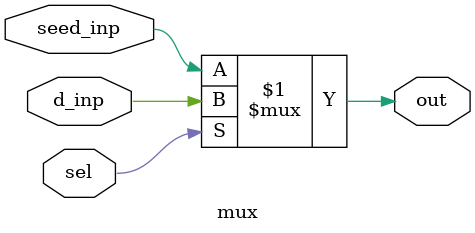
<source format=v>
`timescale 1ns / 1ps


// 2x1 Multiplexer

module mux(
    input d_inp,      // when sel=1
    input seed_inp,      // when sel=0
    input sel,
    output out
);
    assign out = sel ? d_inp : seed_inp; 
endmodule

</source>
